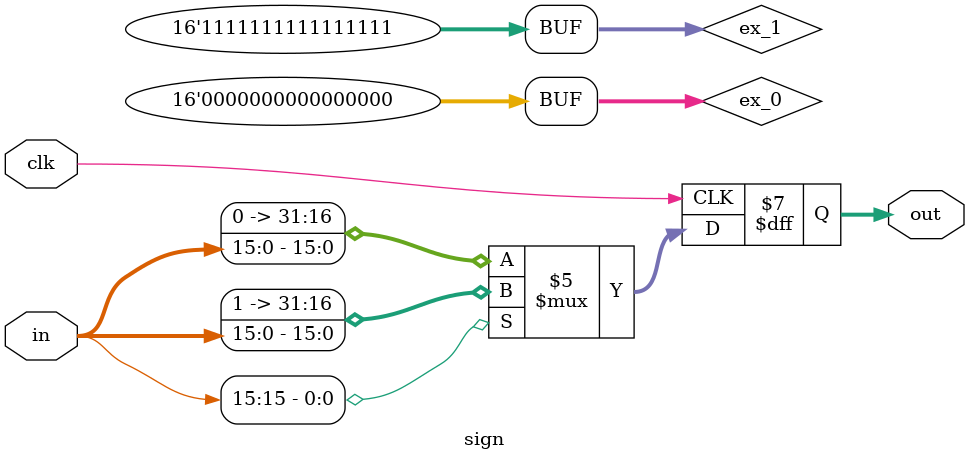
<source format=v>
`timescale 1ns / 1ps
module sign(input clk,input [15:0] in,output reg [31:0] out);
	 
	reg [15:0] ex_0 = 16'h0000;
	reg [15:0] ex_1 = 16'hffff;
	
	always @(posedge clk) begin
		if(in[15]) begin
			out <= {ex_1, in};
		end
		else begin
			out <= {ex_0, in};
		end
	end

endmodule

</source>
